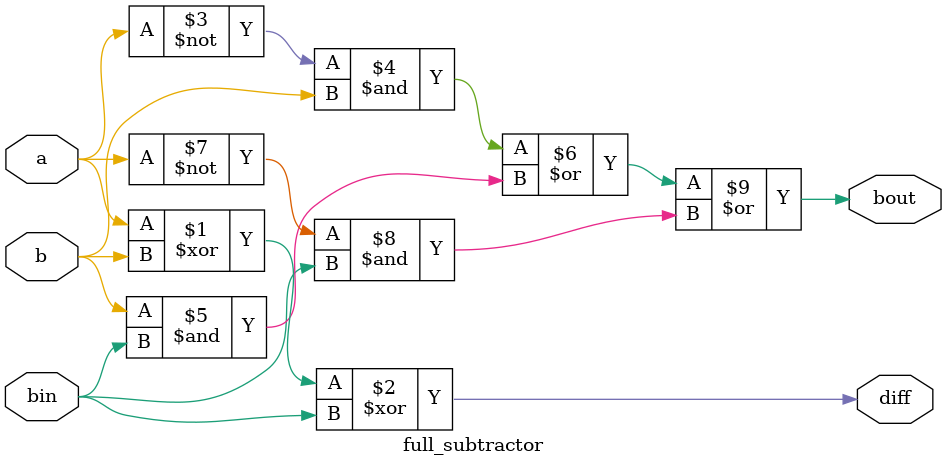
<source format=v>
module full_subtractor(a, b, bin, diff, bout);
  input a, b, bin;        // a - b - bin
  output diff, bout;

  assign diff = a ^ b ^ bin;                   // Difference
  assign bout = (~a & b) | (b & bin) | (~a & bin); // Borrow
endmodule

</source>
